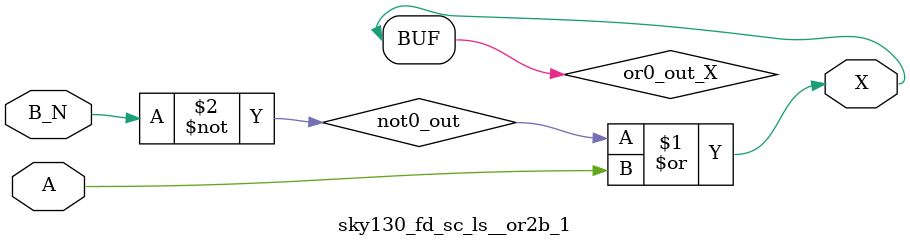
<source format=v>
/*
 * Copyright 2020 The SkyWater PDK Authors
 *
 * Licensed under the Apache License, Version 2.0 (the "License");
 * you may not use this file except in compliance with the License.
 * You may obtain a copy of the License at
 *
 *     https://www.apache.org/licenses/LICENSE-2.0
 *
 * Unless required by applicable law or agreed to in writing, software
 * distributed under the License is distributed on an "AS IS" BASIS,
 * WITHOUT WARRANTIES OR CONDITIONS OF ANY KIND, either express or implied.
 * See the License for the specific language governing permissions and
 * limitations under the License.
 *
 * SPDX-License-Identifier: Apache-2.0
*/


`ifndef SKY130_FD_SC_LS__OR2B_1_FUNCTIONAL_V
`define SKY130_FD_SC_LS__OR2B_1_FUNCTIONAL_V

/**
 * or2b: 2-input OR, first input inverted.
 *
 * Verilog simulation functional model.
 */

`timescale 1ns / 1ps
`default_nettype none

`celldefine
module sky130_fd_sc_ls__or2b_1 (
    X  ,
    A  ,
    B_N
);

    // Module ports
    output X  ;
    input  A  ;
    input  B_N;

    // Local signals
    wire not0_out ;
    wire or0_out_X;

    //  Name  Output     Other arguments
    not not0 (not0_out , B_N            );
    or  or0  (or0_out_X, not0_out, A    );
    buf buf0 (X        , or0_out_X      );

endmodule
`endcelldefine

`default_nettype wire
`endif  // SKY130_FD_SC_LS__OR2B_1_FUNCTIONAL_V

</source>
